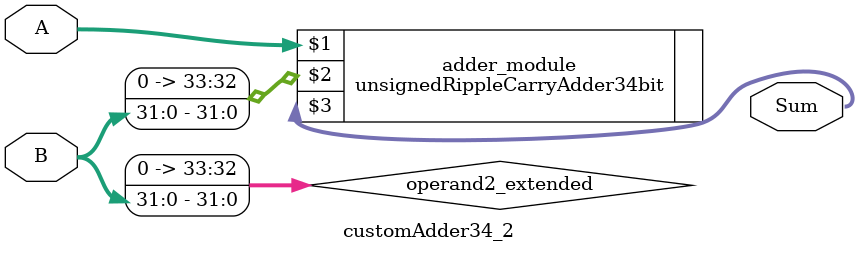
<source format=v>
module customAdder34_2(
                        input [33 : 0] A,
                        input [31 : 0] B,
                        
                        output [34 : 0] Sum
                );

        wire [33 : 0] operand2_extended;
        
        assign operand2_extended =  {2'b0, B};
        
        unsignedRippleCarryAdder34bit adder_module(
            A,
            operand2_extended,
            Sum
        );
        
        endmodule
        
</source>
